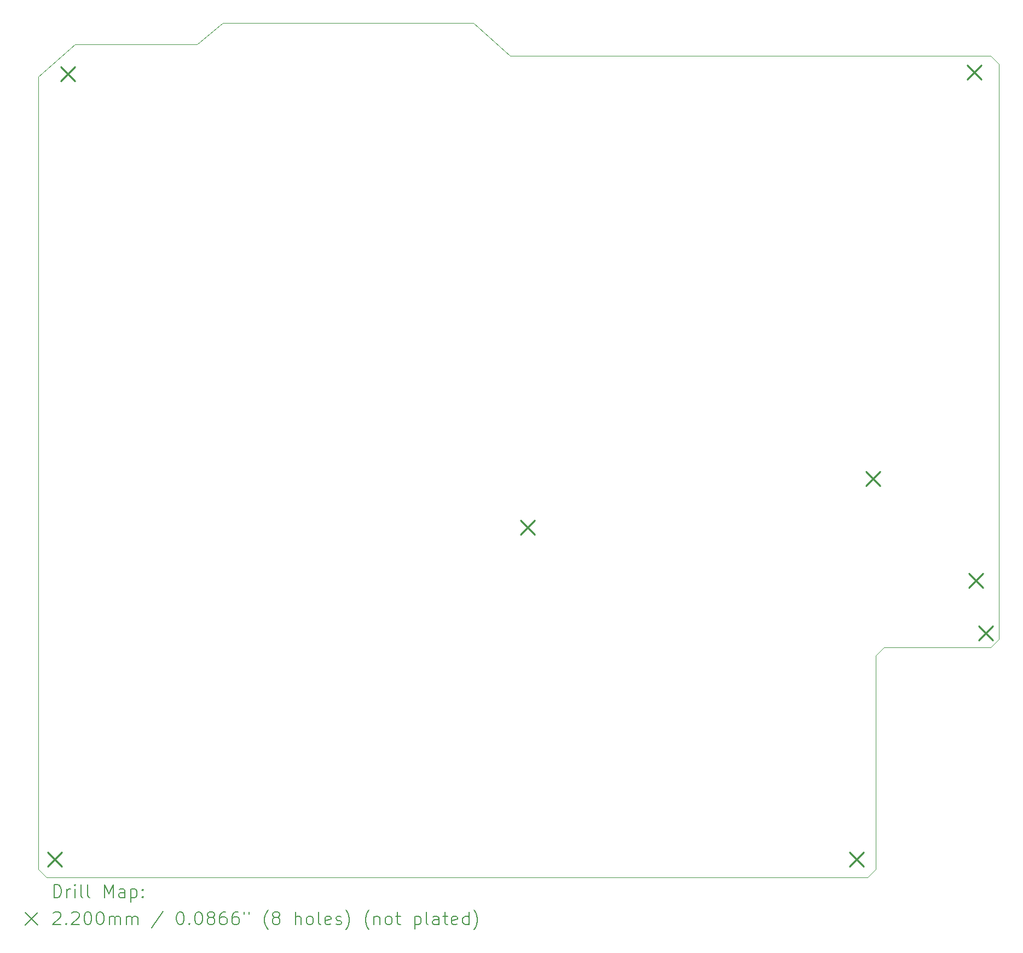
<source format=gbr>
%TF.GenerationSoftware,KiCad,Pcbnew,7.0.1*%
%TF.CreationDate,2023-04-10T20:01:37-05:00*%
%TF.ProjectId,Esquema_CBX_Rex,45737175-656d-4615-9f43-42585f526578,rev?*%
%TF.SameCoordinates,Original*%
%TF.FileFunction,Drillmap*%
%TF.FilePolarity,Positive*%
%FSLAX45Y45*%
G04 Gerber Fmt 4.5, Leading zero omitted, Abs format (unit mm)*
G04 Created by KiCad (PCBNEW 7.0.1) date 2023-04-10 20:01:37*
%MOMM*%
%LPD*%
G01*
G04 APERTURE LIST*
%ADD10C,0.050000*%
%ADD11C,0.200000*%
%ADD12C,0.220000*%
G04 APERTURE END LIST*
D10*
X20574000Y-12319000D02*
X18923000Y-12319000D01*
X18669000Y-15875000D02*
X18796000Y-15748000D01*
X5969000Y-15875000D02*
X18669000Y-15875000D01*
X6413500Y-3000000D02*
X5842000Y-3500000D01*
X8300000Y-3000000D02*
X8699500Y-2667000D01*
X18796000Y-15748000D02*
X18796000Y-12446000D01*
X12573000Y-2667000D02*
X13144500Y-3175000D01*
X5842000Y-15748000D02*
X5969000Y-15875000D01*
X8826500Y-2667000D02*
X8699500Y-2667000D01*
X13144500Y-3175000D02*
X20574000Y-3175000D01*
X20701000Y-12192000D02*
X20701000Y-3302000D01*
X5842000Y-3500000D02*
X5842000Y-4445000D01*
X6985000Y-3000000D02*
X8300000Y-3000000D01*
X6985000Y-3000000D02*
X6413500Y-3000000D01*
X20701000Y-12192000D02*
X20574000Y-12319000D01*
X10287000Y-2667000D02*
X8826500Y-2667000D01*
X20574000Y-3175000D02*
X20701000Y-3302000D01*
X10287000Y-2667000D02*
X12573000Y-2667000D01*
X18923000Y-12319000D02*
X18796000Y-12446000D01*
X5842000Y-4445000D02*
X5842000Y-15748000D01*
D11*
D12*
X5986000Y-15485600D02*
X6206000Y-15705600D01*
X6206000Y-15485600D02*
X5986000Y-15705600D01*
X6189200Y-3344400D02*
X6409200Y-3564400D01*
X6409200Y-3344400D02*
X6189200Y-3564400D01*
X13301200Y-10354800D02*
X13521200Y-10574800D01*
X13521200Y-10354800D02*
X13301200Y-10574800D01*
X18390000Y-15490000D02*
X18610000Y-15710000D01*
X18610000Y-15490000D02*
X18390000Y-15710000D01*
X18647900Y-9605500D02*
X18867900Y-9825500D01*
X18867900Y-9605500D02*
X18647900Y-9825500D01*
X20210000Y-3319000D02*
X20430000Y-3539000D01*
X20430000Y-3319000D02*
X20210000Y-3539000D01*
X20235400Y-11180300D02*
X20455400Y-11400300D01*
X20455400Y-11180300D02*
X20235400Y-11400300D01*
X20390000Y-11990000D02*
X20610000Y-12210000D01*
X20610000Y-11990000D02*
X20390000Y-12210000D01*
D11*
X6087119Y-16190024D02*
X6087119Y-15990024D01*
X6087119Y-15990024D02*
X6134738Y-15990024D01*
X6134738Y-15990024D02*
X6163309Y-15999548D01*
X6163309Y-15999548D02*
X6182357Y-16018595D01*
X6182357Y-16018595D02*
X6191881Y-16037643D01*
X6191881Y-16037643D02*
X6201405Y-16075738D01*
X6201405Y-16075738D02*
X6201405Y-16104309D01*
X6201405Y-16104309D02*
X6191881Y-16142405D01*
X6191881Y-16142405D02*
X6182357Y-16161452D01*
X6182357Y-16161452D02*
X6163309Y-16180500D01*
X6163309Y-16180500D02*
X6134738Y-16190024D01*
X6134738Y-16190024D02*
X6087119Y-16190024D01*
X6287119Y-16190024D02*
X6287119Y-16056690D01*
X6287119Y-16094786D02*
X6296643Y-16075738D01*
X6296643Y-16075738D02*
X6306167Y-16066214D01*
X6306167Y-16066214D02*
X6325214Y-16056690D01*
X6325214Y-16056690D02*
X6344262Y-16056690D01*
X6410928Y-16190024D02*
X6410928Y-16056690D01*
X6410928Y-15990024D02*
X6401405Y-15999548D01*
X6401405Y-15999548D02*
X6410928Y-16009071D01*
X6410928Y-16009071D02*
X6420452Y-15999548D01*
X6420452Y-15999548D02*
X6410928Y-15990024D01*
X6410928Y-15990024D02*
X6410928Y-16009071D01*
X6534738Y-16190024D02*
X6515690Y-16180500D01*
X6515690Y-16180500D02*
X6506167Y-16161452D01*
X6506167Y-16161452D02*
X6506167Y-15990024D01*
X6639500Y-16190024D02*
X6620452Y-16180500D01*
X6620452Y-16180500D02*
X6610928Y-16161452D01*
X6610928Y-16161452D02*
X6610928Y-15990024D01*
X6868071Y-16190024D02*
X6868071Y-15990024D01*
X6868071Y-15990024D02*
X6934738Y-16132881D01*
X6934738Y-16132881D02*
X7001405Y-15990024D01*
X7001405Y-15990024D02*
X7001405Y-16190024D01*
X7182357Y-16190024D02*
X7182357Y-16085262D01*
X7182357Y-16085262D02*
X7172833Y-16066214D01*
X7172833Y-16066214D02*
X7153786Y-16056690D01*
X7153786Y-16056690D02*
X7115690Y-16056690D01*
X7115690Y-16056690D02*
X7096643Y-16066214D01*
X7182357Y-16180500D02*
X7163309Y-16190024D01*
X7163309Y-16190024D02*
X7115690Y-16190024D01*
X7115690Y-16190024D02*
X7096643Y-16180500D01*
X7096643Y-16180500D02*
X7087119Y-16161452D01*
X7087119Y-16161452D02*
X7087119Y-16142405D01*
X7087119Y-16142405D02*
X7096643Y-16123357D01*
X7096643Y-16123357D02*
X7115690Y-16113833D01*
X7115690Y-16113833D02*
X7163309Y-16113833D01*
X7163309Y-16113833D02*
X7182357Y-16104309D01*
X7277595Y-16056690D02*
X7277595Y-16256690D01*
X7277595Y-16066214D02*
X7296643Y-16056690D01*
X7296643Y-16056690D02*
X7334738Y-16056690D01*
X7334738Y-16056690D02*
X7353786Y-16066214D01*
X7353786Y-16066214D02*
X7363309Y-16075738D01*
X7363309Y-16075738D02*
X7372833Y-16094786D01*
X7372833Y-16094786D02*
X7372833Y-16151928D01*
X7372833Y-16151928D02*
X7363309Y-16170976D01*
X7363309Y-16170976D02*
X7353786Y-16180500D01*
X7353786Y-16180500D02*
X7334738Y-16190024D01*
X7334738Y-16190024D02*
X7296643Y-16190024D01*
X7296643Y-16190024D02*
X7277595Y-16180500D01*
X7458548Y-16170976D02*
X7468071Y-16180500D01*
X7468071Y-16180500D02*
X7458548Y-16190024D01*
X7458548Y-16190024D02*
X7449024Y-16180500D01*
X7449024Y-16180500D02*
X7458548Y-16170976D01*
X7458548Y-16170976D02*
X7458548Y-16190024D01*
X7458548Y-16066214D02*
X7468071Y-16075738D01*
X7468071Y-16075738D02*
X7458548Y-16085262D01*
X7458548Y-16085262D02*
X7449024Y-16075738D01*
X7449024Y-16075738D02*
X7458548Y-16066214D01*
X7458548Y-16066214D02*
X7458548Y-16085262D01*
X5639500Y-16417500D02*
X5839500Y-16617500D01*
X5839500Y-16417500D02*
X5639500Y-16617500D01*
X6077595Y-16429071D02*
X6087119Y-16419548D01*
X6087119Y-16419548D02*
X6106167Y-16410024D01*
X6106167Y-16410024D02*
X6153786Y-16410024D01*
X6153786Y-16410024D02*
X6172833Y-16419548D01*
X6172833Y-16419548D02*
X6182357Y-16429071D01*
X6182357Y-16429071D02*
X6191881Y-16448119D01*
X6191881Y-16448119D02*
X6191881Y-16467167D01*
X6191881Y-16467167D02*
X6182357Y-16495738D01*
X6182357Y-16495738D02*
X6068071Y-16610024D01*
X6068071Y-16610024D02*
X6191881Y-16610024D01*
X6277595Y-16590976D02*
X6287119Y-16600500D01*
X6287119Y-16600500D02*
X6277595Y-16610024D01*
X6277595Y-16610024D02*
X6268071Y-16600500D01*
X6268071Y-16600500D02*
X6277595Y-16590976D01*
X6277595Y-16590976D02*
X6277595Y-16610024D01*
X6363309Y-16429071D02*
X6372833Y-16419548D01*
X6372833Y-16419548D02*
X6391881Y-16410024D01*
X6391881Y-16410024D02*
X6439500Y-16410024D01*
X6439500Y-16410024D02*
X6458548Y-16419548D01*
X6458548Y-16419548D02*
X6468071Y-16429071D01*
X6468071Y-16429071D02*
X6477595Y-16448119D01*
X6477595Y-16448119D02*
X6477595Y-16467167D01*
X6477595Y-16467167D02*
X6468071Y-16495738D01*
X6468071Y-16495738D02*
X6353786Y-16610024D01*
X6353786Y-16610024D02*
X6477595Y-16610024D01*
X6601405Y-16410024D02*
X6620452Y-16410024D01*
X6620452Y-16410024D02*
X6639500Y-16419548D01*
X6639500Y-16419548D02*
X6649024Y-16429071D01*
X6649024Y-16429071D02*
X6658548Y-16448119D01*
X6658548Y-16448119D02*
X6668071Y-16486214D01*
X6668071Y-16486214D02*
X6668071Y-16533833D01*
X6668071Y-16533833D02*
X6658548Y-16571928D01*
X6658548Y-16571928D02*
X6649024Y-16590976D01*
X6649024Y-16590976D02*
X6639500Y-16600500D01*
X6639500Y-16600500D02*
X6620452Y-16610024D01*
X6620452Y-16610024D02*
X6601405Y-16610024D01*
X6601405Y-16610024D02*
X6582357Y-16600500D01*
X6582357Y-16600500D02*
X6572833Y-16590976D01*
X6572833Y-16590976D02*
X6563309Y-16571928D01*
X6563309Y-16571928D02*
X6553786Y-16533833D01*
X6553786Y-16533833D02*
X6553786Y-16486214D01*
X6553786Y-16486214D02*
X6563309Y-16448119D01*
X6563309Y-16448119D02*
X6572833Y-16429071D01*
X6572833Y-16429071D02*
X6582357Y-16419548D01*
X6582357Y-16419548D02*
X6601405Y-16410024D01*
X6791881Y-16410024D02*
X6810929Y-16410024D01*
X6810929Y-16410024D02*
X6829976Y-16419548D01*
X6829976Y-16419548D02*
X6839500Y-16429071D01*
X6839500Y-16429071D02*
X6849024Y-16448119D01*
X6849024Y-16448119D02*
X6858548Y-16486214D01*
X6858548Y-16486214D02*
X6858548Y-16533833D01*
X6858548Y-16533833D02*
X6849024Y-16571928D01*
X6849024Y-16571928D02*
X6839500Y-16590976D01*
X6839500Y-16590976D02*
X6829976Y-16600500D01*
X6829976Y-16600500D02*
X6810929Y-16610024D01*
X6810929Y-16610024D02*
X6791881Y-16610024D01*
X6791881Y-16610024D02*
X6772833Y-16600500D01*
X6772833Y-16600500D02*
X6763309Y-16590976D01*
X6763309Y-16590976D02*
X6753786Y-16571928D01*
X6753786Y-16571928D02*
X6744262Y-16533833D01*
X6744262Y-16533833D02*
X6744262Y-16486214D01*
X6744262Y-16486214D02*
X6753786Y-16448119D01*
X6753786Y-16448119D02*
X6763309Y-16429071D01*
X6763309Y-16429071D02*
X6772833Y-16419548D01*
X6772833Y-16419548D02*
X6791881Y-16410024D01*
X6944262Y-16610024D02*
X6944262Y-16476690D01*
X6944262Y-16495738D02*
X6953786Y-16486214D01*
X6953786Y-16486214D02*
X6972833Y-16476690D01*
X6972833Y-16476690D02*
X7001405Y-16476690D01*
X7001405Y-16476690D02*
X7020452Y-16486214D01*
X7020452Y-16486214D02*
X7029976Y-16505262D01*
X7029976Y-16505262D02*
X7029976Y-16610024D01*
X7029976Y-16505262D02*
X7039500Y-16486214D01*
X7039500Y-16486214D02*
X7058548Y-16476690D01*
X7058548Y-16476690D02*
X7087119Y-16476690D01*
X7087119Y-16476690D02*
X7106167Y-16486214D01*
X7106167Y-16486214D02*
X7115690Y-16505262D01*
X7115690Y-16505262D02*
X7115690Y-16610024D01*
X7210929Y-16610024D02*
X7210929Y-16476690D01*
X7210929Y-16495738D02*
X7220452Y-16486214D01*
X7220452Y-16486214D02*
X7239500Y-16476690D01*
X7239500Y-16476690D02*
X7268071Y-16476690D01*
X7268071Y-16476690D02*
X7287119Y-16486214D01*
X7287119Y-16486214D02*
X7296643Y-16505262D01*
X7296643Y-16505262D02*
X7296643Y-16610024D01*
X7296643Y-16505262D02*
X7306167Y-16486214D01*
X7306167Y-16486214D02*
X7325214Y-16476690D01*
X7325214Y-16476690D02*
X7353786Y-16476690D01*
X7353786Y-16476690D02*
X7372833Y-16486214D01*
X7372833Y-16486214D02*
X7382357Y-16505262D01*
X7382357Y-16505262D02*
X7382357Y-16610024D01*
X7772833Y-16400500D02*
X7601405Y-16657643D01*
X8029976Y-16410024D02*
X8049024Y-16410024D01*
X8049024Y-16410024D02*
X8068072Y-16419548D01*
X8068072Y-16419548D02*
X8077595Y-16429071D01*
X8077595Y-16429071D02*
X8087119Y-16448119D01*
X8087119Y-16448119D02*
X8096643Y-16486214D01*
X8096643Y-16486214D02*
X8096643Y-16533833D01*
X8096643Y-16533833D02*
X8087119Y-16571928D01*
X8087119Y-16571928D02*
X8077595Y-16590976D01*
X8077595Y-16590976D02*
X8068072Y-16600500D01*
X8068072Y-16600500D02*
X8049024Y-16610024D01*
X8049024Y-16610024D02*
X8029976Y-16610024D01*
X8029976Y-16610024D02*
X8010929Y-16600500D01*
X8010929Y-16600500D02*
X8001405Y-16590976D01*
X8001405Y-16590976D02*
X7991881Y-16571928D01*
X7991881Y-16571928D02*
X7982357Y-16533833D01*
X7982357Y-16533833D02*
X7982357Y-16486214D01*
X7982357Y-16486214D02*
X7991881Y-16448119D01*
X7991881Y-16448119D02*
X8001405Y-16429071D01*
X8001405Y-16429071D02*
X8010929Y-16419548D01*
X8010929Y-16419548D02*
X8029976Y-16410024D01*
X8182357Y-16590976D02*
X8191881Y-16600500D01*
X8191881Y-16600500D02*
X8182357Y-16610024D01*
X8182357Y-16610024D02*
X8172833Y-16600500D01*
X8172833Y-16600500D02*
X8182357Y-16590976D01*
X8182357Y-16590976D02*
X8182357Y-16610024D01*
X8315691Y-16410024D02*
X8334738Y-16410024D01*
X8334738Y-16410024D02*
X8353786Y-16419548D01*
X8353786Y-16419548D02*
X8363310Y-16429071D01*
X8363310Y-16429071D02*
X8372833Y-16448119D01*
X8372833Y-16448119D02*
X8382357Y-16486214D01*
X8382357Y-16486214D02*
X8382357Y-16533833D01*
X8382357Y-16533833D02*
X8372833Y-16571928D01*
X8372833Y-16571928D02*
X8363310Y-16590976D01*
X8363310Y-16590976D02*
X8353786Y-16600500D01*
X8353786Y-16600500D02*
X8334738Y-16610024D01*
X8334738Y-16610024D02*
X8315691Y-16610024D01*
X8315691Y-16610024D02*
X8296643Y-16600500D01*
X8296643Y-16600500D02*
X8287119Y-16590976D01*
X8287119Y-16590976D02*
X8277595Y-16571928D01*
X8277595Y-16571928D02*
X8268072Y-16533833D01*
X8268072Y-16533833D02*
X8268072Y-16486214D01*
X8268072Y-16486214D02*
X8277595Y-16448119D01*
X8277595Y-16448119D02*
X8287119Y-16429071D01*
X8287119Y-16429071D02*
X8296643Y-16419548D01*
X8296643Y-16419548D02*
X8315691Y-16410024D01*
X8496643Y-16495738D02*
X8477595Y-16486214D01*
X8477595Y-16486214D02*
X8468072Y-16476690D01*
X8468072Y-16476690D02*
X8458548Y-16457643D01*
X8458548Y-16457643D02*
X8458548Y-16448119D01*
X8458548Y-16448119D02*
X8468072Y-16429071D01*
X8468072Y-16429071D02*
X8477595Y-16419548D01*
X8477595Y-16419548D02*
X8496643Y-16410024D01*
X8496643Y-16410024D02*
X8534738Y-16410024D01*
X8534738Y-16410024D02*
X8553786Y-16419548D01*
X8553786Y-16419548D02*
X8563310Y-16429071D01*
X8563310Y-16429071D02*
X8572834Y-16448119D01*
X8572834Y-16448119D02*
X8572834Y-16457643D01*
X8572834Y-16457643D02*
X8563310Y-16476690D01*
X8563310Y-16476690D02*
X8553786Y-16486214D01*
X8553786Y-16486214D02*
X8534738Y-16495738D01*
X8534738Y-16495738D02*
X8496643Y-16495738D01*
X8496643Y-16495738D02*
X8477595Y-16505262D01*
X8477595Y-16505262D02*
X8468072Y-16514786D01*
X8468072Y-16514786D02*
X8458548Y-16533833D01*
X8458548Y-16533833D02*
X8458548Y-16571928D01*
X8458548Y-16571928D02*
X8468072Y-16590976D01*
X8468072Y-16590976D02*
X8477595Y-16600500D01*
X8477595Y-16600500D02*
X8496643Y-16610024D01*
X8496643Y-16610024D02*
X8534738Y-16610024D01*
X8534738Y-16610024D02*
X8553786Y-16600500D01*
X8553786Y-16600500D02*
X8563310Y-16590976D01*
X8563310Y-16590976D02*
X8572834Y-16571928D01*
X8572834Y-16571928D02*
X8572834Y-16533833D01*
X8572834Y-16533833D02*
X8563310Y-16514786D01*
X8563310Y-16514786D02*
X8553786Y-16505262D01*
X8553786Y-16505262D02*
X8534738Y-16495738D01*
X8744262Y-16410024D02*
X8706167Y-16410024D01*
X8706167Y-16410024D02*
X8687119Y-16419548D01*
X8687119Y-16419548D02*
X8677595Y-16429071D01*
X8677595Y-16429071D02*
X8658548Y-16457643D01*
X8658548Y-16457643D02*
X8649024Y-16495738D01*
X8649024Y-16495738D02*
X8649024Y-16571928D01*
X8649024Y-16571928D02*
X8658548Y-16590976D01*
X8658548Y-16590976D02*
X8668072Y-16600500D01*
X8668072Y-16600500D02*
X8687119Y-16610024D01*
X8687119Y-16610024D02*
X8725215Y-16610024D01*
X8725215Y-16610024D02*
X8744262Y-16600500D01*
X8744262Y-16600500D02*
X8753786Y-16590976D01*
X8753786Y-16590976D02*
X8763310Y-16571928D01*
X8763310Y-16571928D02*
X8763310Y-16524309D01*
X8763310Y-16524309D02*
X8753786Y-16505262D01*
X8753786Y-16505262D02*
X8744262Y-16495738D01*
X8744262Y-16495738D02*
X8725215Y-16486214D01*
X8725215Y-16486214D02*
X8687119Y-16486214D01*
X8687119Y-16486214D02*
X8668072Y-16495738D01*
X8668072Y-16495738D02*
X8658548Y-16505262D01*
X8658548Y-16505262D02*
X8649024Y-16524309D01*
X8934738Y-16410024D02*
X8896643Y-16410024D01*
X8896643Y-16410024D02*
X8877595Y-16419548D01*
X8877595Y-16419548D02*
X8868072Y-16429071D01*
X8868072Y-16429071D02*
X8849024Y-16457643D01*
X8849024Y-16457643D02*
X8839500Y-16495738D01*
X8839500Y-16495738D02*
X8839500Y-16571928D01*
X8839500Y-16571928D02*
X8849024Y-16590976D01*
X8849024Y-16590976D02*
X8858548Y-16600500D01*
X8858548Y-16600500D02*
X8877595Y-16610024D01*
X8877595Y-16610024D02*
X8915691Y-16610024D01*
X8915691Y-16610024D02*
X8934738Y-16600500D01*
X8934738Y-16600500D02*
X8944262Y-16590976D01*
X8944262Y-16590976D02*
X8953786Y-16571928D01*
X8953786Y-16571928D02*
X8953786Y-16524309D01*
X8953786Y-16524309D02*
X8944262Y-16505262D01*
X8944262Y-16505262D02*
X8934738Y-16495738D01*
X8934738Y-16495738D02*
X8915691Y-16486214D01*
X8915691Y-16486214D02*
X8877595Y-16486214D01*
X8877595Y-16486214D02*
X8858548Y-16495738D01*
X8858548Y-16495738D02*
X8849024Y-16505262D01*
X8849024Y-16505262D02*
X8839500Y-16524309D01*
X9029976Y-16410024D02*
X9029976Y-16448119D01*
X9106167Y-16410024D02*
X9106167Y-16448119D01*
X9401405Y-16686214D02*
X9391881Y-16676690D01*
X9391881Y-16676690D02*
X9372834Y-16648119D01*
X9372834Y-16648119D02*
X9363310Y-16629071D01*
X9363310Y-16629071D02*
X9353786Y-16600500D01*
X9353786Y-16600500D02*
X9344262Y-16552881D01*
X9344262Y-16552881D02*
X9344262Y-16514786D01*
X9344262Y-16514786D02*
X9353786Y-16467167D01*
X9353786Y-16467167D02*
X9363310Y-16438595D01*
X9363310Y-16438595D02*
X9372834Y-16419548D01*
X9372834Y-16419548D02*
X9391881Y-16390976D01*
X9391881Y-16390976D02*
X9401405Y-16381452D01*
X9506167Y-16495738D02*
X9487119Y-16486214D01*
X9487119Y-16486214D02*
X9477596Y-16476690D01*
X9477596Y-16476690D02*
X9468072Y-16457643D01*
X9468072Y-16457643D02*
X9468072Y-16448119D01*
X9468072Y-16448119D02*
X9477596Y-16429071D01*
X9477596Y-16429071D02*
X9487119Y-16419548D01*
X9487119Y-16419548D02*
X9506167Y-16410024D01*
X9506167Y-16410024D02*
X9544262Y-16410024D01*
X9544262Y-16410024D02*
X9563310Y-16419548D01*
X9563310Y-16419548D02*
X9572834Y-16429071D01*
X9572834Y-16429071D02*
X9582357Y-16448119D01*
X9582357Y-16448119D02*
X9582357Y-16457643D01*
X9582357Y-16457643D02*
X9572834Y-16476690D01*
X9572834Y-16476690D02*
X9563310Y-16486214D01*
X9563310Y-16486214D02*
X9544262Y-16495738D01*
X9544262Y-16495738D02*
X9506167Y-16495738D01*
X9506167Y-16495738D02*
X9487119Y-16505262D01*
X9487119Y-16505262D02*
X9477596Y-16514786D01*
X9477596Y-16514786D02*
X9468072Y-16533833D01*
X9468072Y-16533833D02*
X9468072Y-16571928D01*
X9468072Y-16571928D02*
X9477596Y-16590976D01*
X9477596Y-16590976D02*
X9487119Y-16600500D01*
X9487119Y-16600500D02*
X9506167Y-16610024D01*
X9506167Y-16610024D02*
X9544262Y-16610024D01*
X9544262Y-16610024D02*
X9563310Y-16600500D01*
X9563310Y-16600500D02*
X9572834Y-16590976D01*
X9572834Y-16590976D02*
X9582357Y-16571928D01*
X9582357Y-16571928D02*
X9582357Y-16533833D01*
X9582357Y-16533833D02*
X9572834Y-16514786D01*
X9572834Y-16514786D02*
X9563310Y-16505262D01*
X9563310Y-16505262D02*
X9544262Y-16495738D01*
X9820453Y-16610024D02*
X9820453Y-16410024D01*
X9906167Y-16610024D02*
X9906167Y-16505262D01*
X9906167Y-16505262D02*
X9896643Y-16486214D01*
X9896643Y-16486214D02*
X9877596Y-16476690D01*
X9877596Y-16476690D02*
X9849024Y-16476690D01*
X9849024Y-16476690D02*
X9829977Y-16486214D01*
X9829977Y-16486214D02*
X9820453Y-16495738D01*
X10029977Y-16610024D02*
X10010929Y-16600500D01*
X10010929Y-16600500D02*
X10001405Y-16590976D01*
X10001405Y-16590976D02*
X9991881Y-16571928D01*
X9991881Y-16571928D02*
X9991881Y-16514786D01*
X9991881Y-16514786D02*
X10001405Y-16495738D01*
X10001405Y-16495738D02*
X10010929Y-16486214D01*
X10010929Y-16486214D02*
X10029977Y-16476690D01*
X10029977Y-16476690D02*
X10058548Y-16476690D01*
X10058548Y-16476690D02*
X10077596Y-16486214D01*
X10077596Y-16486214D02*
X10087119Y-16495738D01*
X10087119Y-16495738D02*
X10096643Y-16514786D01*
X10096643Y-16514786D02*
X10096643Y-16571928D01*
X10096643Y-16571928D02*
X10087119Y-16590976D01*
X10087119Y-16590976D02*
X10077596Y-16600500D01*
X10077596Y-16600500D02*
X10058548Y-16610024D01*
X10058548Y-16610024D02*
X10029977Y-16610024D01*
X10210929Y-16610024D02*
X10191881Y-16600500D01*
X10191881Y-16600500D02*
X10182358Y-16581452D01*
X10182358Y-16581452D02*
X10182358Y-16410024D01*
X10363310Y-16600500D02*
X10344262Y-16610024D01*
X10344262Y-16610024D02*
X10306167Y-16610024D01*
X10306167Y-16610024D02*
X10287119Y-16600500D01*
X10287119Y-16600500D02*
X10277596Y-16581452D01*
X10277596Y-16581452D02*
X10277596Y-16505262D01*
X10277596Y-16505262D02*
X10287119Y-16486214D01*
X10287119Y-16486214D02*
X10306167Y-16476690D01*
X10306167Y-16476690D02*
X10344262Y-16476690D01*
X10344262Y-16476690D02*
X10363310Y-16486214D01*
X10363310Y-16486214D02*
X10372834Y-16505262D01*
X10372834Y-16505262D02*
X10372834Y-16524309D01*
X10372834Y-16524309D02*
X10277596Y-16543357D01*
X10449024Y-16600500D02*
X10468072Y-16610024D01*
X10468072Y-16610024D02*
X10506167Y-16610024D01*
X10506167Y-16610024D02*
X10525215Y-16600500D01*
X10525215Y-16600500D02*
X10534739Y-16581452D01*
X10534739Y-16581452D02*
X10534739Y-16571928D01*
X10534739Y-16571928D02*
X10525215Y-16552881D01*
X10525215Y-16552881D02*
X10506167Y-16543357D01*
X10506167Y-16543357D02*
X10477596Y-16543357D01*
X10477596Y-16543357D02*
X10458548Y-16533833D01*
X10458548Y-16533833D02*
X10449024Y-16514786D01*
X10449024Y-16514786D02*
X10449024Y-16505262D01*
X10449024Y-16505262D02*
X10458548Y-16486214D01*
X10458548Y-16486214D02*
X10477596Y-16476690D01*
X10477596Y-16476690D02*
X10506167Y-16476690D01*
X10506167Y-16476690D02*
X10525215Y-16486214D01*
X10601405Y-16686214D02*
X10610929Y-16676690D01*
X10610929Y-16676690D02*
X10629977Y-16648119D01*
X10629977Y-16648119D02*
X10639500Y-16629071D01*
X10639500Y-16629071D02*
X10649024Y-16600500D01*
X10649024Y-16600500D02*
X10658548Y-16552881D01*
X10658548Y-16552881D02*
X10658548Y-16514786D01*
X10658548Y-16514786D02*
X10649024Y-16467167D01*
X10649024Y-16467167D02*
X10639500Y-16438595D01*
X10639500Y-16438595D02*
X10629977Y-16419548D01*
X10629977Y-16419548D02*
X10610929Y-16390976D01*
X10610929Y-16390976D02*
X10601405Y-16381452D01*
X10963310Y-16686214D02*
X10953786Y-16676690D01*
X10953786Y-16676690D02*
X10934739Y-16648119D01*
X10934739Y-16648119D02*
X10925215Y-16629071D01*
X10925215Y-16629071D02*
X10915691Y-16600500D01*
X10915691Y-16600500D02*
X10906167Y-16552881D01*
X10906167Y-16552881D02*
X10906167Y-16514786D01*
X10906167Y-16514786D02*
X10915691Y-16467167D01*
X10915691Y-16467167D02*
X10925215Y-16438595D01*
X10925215Y-16438595D02*
X10934739Y-16419548D01*
X10934739Y-16419548D02*
X10953786Y-16390976D01*
X10953786Y-16390976D02*
X10963310Y-16381452D01*
X11039500Y-16476690D02*
X11039500Y-16610024D01*
X11039500Y-16495738D02*
X11049024Y-16486214D01*
X11049024Y-16486214D02*
X11068072Y-16476690D01*
X11068072Y-16476690D02*
X11096643Y-16476690D01*
X11096643Y-16476690D02*
X11115691Y-16486214D01*
X11115691Y-16486214D02*
X11125215Y-16505262D01*
X11125215Y-16505262D02*
X11125215Y-16610024D01*
X11249024Y-16610024D02*
X11229977Y-16600500D01*
X11229977Y-16600500D02*
X11220453Y-16590976D01*
X11220453Y-16590976D02*
X11210929Y-16571928D01*
X11210929Y-16571928D02*
X11210929Y-16514786D01*
X11210929Y-16514786D02*
X11220453Y-16495738D01*
X11220453Y-16495738D02*
X11229977Y-16486214D01*
X11229977Y-16486214D02*
X11249024Y-16476690D01*
X11249024Y-16476690D02*
X11277596Y-16476690D01*
X11277596Y-16476690D02*
X11296643Y-16486214D01*
X11296643Y-16486214D02*
X11306167Y-16495738D01*
X11306167Y-16495738D02*
X11315691Y-16514786D01*
X11315691Y-16514786D02*
X11315691Y-16571928D01*
X11315691Y-16571928D02*
X11306167Y-16590976D01*
X11306167Y-16590976D02*
X11296643Y-16600500D01*
X11296643Y-16600500D02*
X11277596Y-16610024D01*
X11277596Y-16610024D02*
X11249024Y-16610024D01*
X11372834Y-16476690D02*
X11449024Y-16476690D01*
X11401405Y-16410024D02*
X11401405Y-16581452D01*
X11401405Y-16581452D02*
X11410929Y-16600500D01*
X11410929Y-16600500D02*
X11429977Y-16610024D01*
X11429977Y-16610024D02*
X11449024Y-16610024D01*
X11668072Y-16476690D02*
X11668072Y-16676690D01*
X11668072Y-16486214D02*
X11687119Y-16476690D01*
X11687119Y-16476690D02*
X11725215Y-16476690D01*
X11725215Y-16476690D02*
X11744262Y-16486214D01*
X11744262Y-16486214D02*
X11753786Y-16495738D01*
X11753786Y-16495738D02*
X11763310Y-16514786D01*
X11763310Y-16514786D02*
X11763310Y-16571928D01*
X11763310Y-16571928D02*
X11753786Y-16590976D01*
X11753786Y-16590976D02*
X11744262Y-16600500D01*
X11744262Y-16600500D02*
X11725215Y-16610024D01*
X11725215Y-16610024D02*
X11687119Y-16610024D01*
X11687119Y-16610024D02*
X11668072Y-16600500D01*
X11877596Y-16610024D02*
X11858548Y-16600500D01*
X11858548Y-16600500D02*
X11849024Y-16581452D01*
X11849024Y-16581452D02*
X11849024Y-16410024D01*
X12039500Y-16610024D02*
X12039500Y-16505262D01*
X12039500Y-16505262D02*
X12029977Y-16486214D01*
X12029977Y-16486214D02*
X12010929Y-16476690D01*
X12010929Y-16476690D02*
X11972834Y-16476690D01*
X11972834Y-16476690D02*
X11953786Y-16486214D01*
X12039500Y-16600500D02*
X12020453Y-16610024D01*
X12020453Y-16610024D02*
X11972834Y-16610024D01*
X11972834Y-16610024D02*
X11953786Y-16600500D01*
X11953786Y-16600500D02*
X11944262Y-16581452D01*
X11944262Y-16581452D02*
X11944262Y-16562405D01*
X11944262Y-16562405D02*
X11953786Y-16543357D01*
X11953786Y-16543357D02*
X11972834Y-16533833D01*
X11972834Y-16533833D02*
X12020453Y-16533833D01*
X12020453Y-16533833D02*
X12039500Y-16524309D01*
X12106167Y-16476690D02*
X12182358Y-16476690D01*
X12134739Y-16410024D02*
X12134739Y-16581452D01*
X12134739Y-16581452D02*
X12144262Y-16600500D01*
X12144262Y-16600500D02*
X12163310Y-16610024D01*
X12163310Y-16610024D02*
X12182358Y-16610024D01*
X12325215Y-16600500D02*
X12306167Y-16610024D01*
X12306167Y-16610024D02*
X12268072Y-16610024D01*
X12268072Y-16610024D02*
X12249024Y-16600500D01*
X12249024Y-16600500D02*
X12239500Y-16581452D01*
X12239500Y-16581452D02*
X12239500Y-16505262D01*
X12239500Y-16505262D02*
X12249024Y-16486214D01*
X12249024Y-16486214D02*
X12268072Y-16476690D01*
X12268072Y-16476690D02*
X12306167Y-16476690D01*
X12306167Y-16476690D02*
X12325215Y-16486214D01*
X12325215Y-16486214D02*
X12334739Y-16505262D01*
X12334739Y-16505262D02*
X12334739Y-16524309D01*
X12334739Y-16524309D02*
X12239500Y-16543357D01*
X12506167Y-16610024D02*
X12506167Y-16410024D01*
X12506167Y-16600500D02*
X12487120Y-16610024D01*
X12487120Y-16610024D02*
X12449024Y-16610024D01*
X12449024Y-16610024D02*
X12429977Y-16600500D01*
X12429977Y-16600500D02*
X12420453Y-16590976D01*
X12420453Y-16590976D02*
X12410929Y-16571928D01*
X12410929Y-16571928D02*
X12410929Y-16514786D01*
X12410929Y-16514786D02*
X12420453Y-16495738D01*
X12420453Y-16495738D02*
X12429977Y-16486214D01*
X12429977Y-16486214D02*
X12449024Y-16476690D01*
X12449024Y-16476690D02*
X12487120Y-16476690D01*
X12487120Y-16476690D02*
X12506167Y-16486214D01*
X12582358Y-16686214D02*
X12591881Y-16676690D01*
X12591881Y-16676690D02*
X12610929Y-16648119D01*
X12610929Y-16648119D02*
X12620453Y-16629071D01*
X12620453Y-16629071D02*
X12629977Y-16600500D01*
X12629977Y-16600500D02*
X12639500Y-16552881D01*
X12639500Y-16552881D02*
X12639500Y-16514786D01*
X12639500Y-16514786D02*
X12629977Y-16467167D01*
X12629977Y-16467167D02*
X12620453Y-16438595D01*
X12620453Y-16438595D02*
X12610929Y-16419548D01*
X12610929Y-16419548D02*
X12591881Y-16390976D01*
X12591881Y-16390976D02*
X12582358Y-16381452D01*
M02*

</source>
